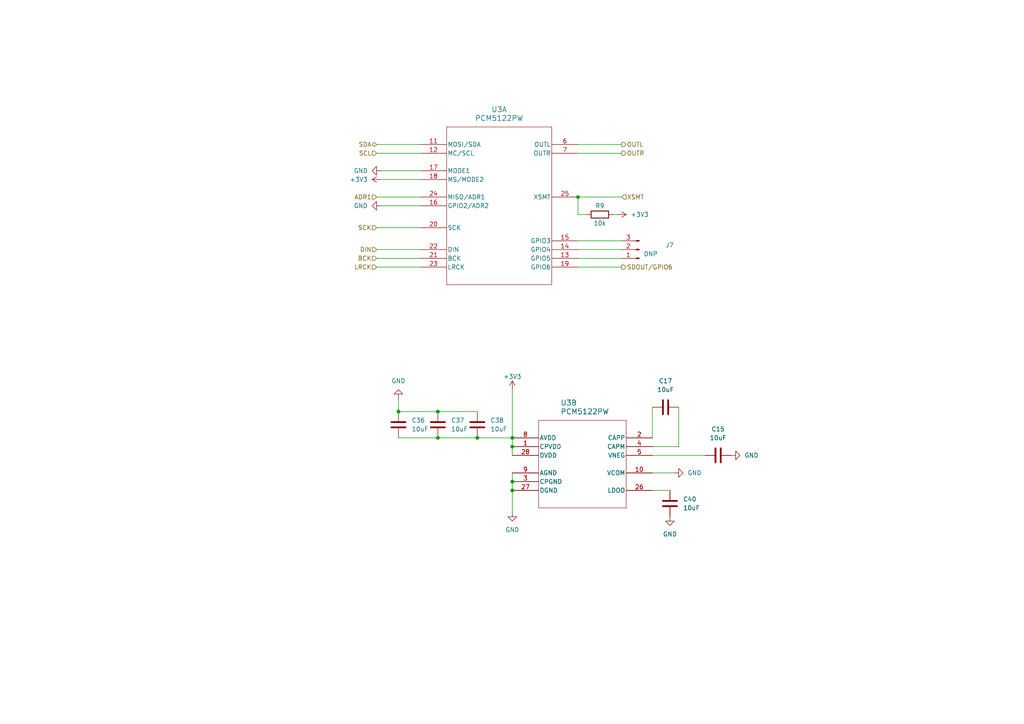
<source format=kicad_sch>
(kicad_sch (version 20230121) (generator eeschema)
  (paper "A4")
  (lib_symbols
    (symbol "Endstufe:+3V3" (power) (pin_names (offset 0))
      (property "Value" "+3V3" (at 0 3.556 0))
      (symbol "+3V3_0_1"
        (polyline (pts (xy -0.762 1.27) (xy 0 2.54)))
        (polyline (pts (xy 0 0) (xy 0 2.54)))
        (polyline (pts (xy 0 2.54) (xy 0.762 1.27)))
      )
      (symbol "+3V3_1_1"
        (pin power_in line (at 0 0 90) (length 0) hide (name "+3V3") (number "1"))
      )
    )
    (symbol "Endstufe:C" (pin_numbers hide) (pin_names (offset 0.254))
      (property "Reference" "C" (at 0.635 2.54 0))
      (property "Value" "C" (at 0.635 -2.54 0))
      (symbol "C_0_1"
        (polyline (pts (xy -2.032 -0.762) (xy 2.032 -0.762)) (stroke (width 0.508)))
        (polyline (pts (xy -2.032 0.762) (xy 2.032 0.762)) (stroke (width 0.508)))
      )
      (symbol "C_1_1"
        (pin passive line (at 0 3.81 270) (length 2.794) (name "~") (number "1"))
        (pin passive line (at 0 -3.81 90) (length 2.794) (name "~") (number "2"))
      )
    )
    (symbol "Endstufe:Conn_01x03_Pin" (pin_names (offset 1.016) hide)
      (property "Reference" "J" (at 0 5.08 0))
      (property "Value" "Conn_01x03_Pin" (at 0 -5.08 0))
      (symbol "Conn_01x03_Pin_1_1"
        (polyline (pts (xy 1.27 -2.54) (xy 0.8636 -2.54)) (stroke (width 0.1524)))
        (polyline (pts (xy 1.27 0) (xy 0.8636 0)) (stroke (width 0.1524)))
        (polyline (pts (xy 1.27 2.54) (xy 0.8636 2.54)) (stroke (width 0.1524)))
        (rectangle (start 0.8636 -2.413) (end 0 -2.667) (stroke (width 0.1524)) (fill (type outline)))
        (rectangle (start 0.8636 0.127) (end 0 -0.127) (stroke (width 0.1524)) (fill (type outline)))
        (rectangle (start 0.8636 2.667) (end 0 2.413) (stroke (width 0.1524)) (fill (type outline)))
        (pin passive line (at 5.08 2.54 180) (length 3.81) (name "Pin_1") (number "1"))
        (pin passive line (at 5.08 0 180) (length 3.81) (name "Pin_2") (number "2"))
        (pin passive line (at 5.08 -2.54 180) (length 3.81) (name "Pin_3") (number "3"))
      )
    )
    (symbol "Endstufe:GND" (power) (pin_names (offset 0))
      (property "Value" "GND" (at 0 -3.81 0))
      (symbol "GND_0_1"
        (polyline (pts (xy 0 0) (xy 0 -1.27) (xy 1.27 -1.27) (xy 0 -2.54) (xy -1.27 -1.27) (xy 0 -1.27)))
      )
      (symbol "GND_1_1"
        (pin power_in line (at 0 0 270) (length 0) hide (name "GND") (number "1"))
      )
    )
    (symbol "Endstufe:PCM5122PW" (pin_names (offset 0.254))
      (property "Reference" "U" (at 22.86 10.16 0))
      (property "Value" "PCM5122PW" (at 22.86 7.62 0))
      (symbol "PCM5122PW_1_1"
        (polyline (pts (xy 7.62 -40.64) (xy 38.1 -40.64)) (stroke (width 0.127)))
        (polyline (pts (xy 7.62 5.08) (xy 7.62 -40.64)) (stroke (width 0.127)))
        (polyline (pts (xy 38.1 -40.64) (xy 38.1 5.08)) (stroke (width 0.127)))
        (polyline (pts (xy 38.1 5.08) (xy 7.62 5.08)) (stroke (width 0.127)))
        (pin input line (at 0 0 0) (length 7.62) (name "MOSI/SDA") (number "11"))
        (pin input line (at 0 -2.54 0) (length 7.62) (name "MC/SCL") (number "12"))
        (pin bidirectional line (at 45.72 -33.02 180) (length 7.62) (name "GPIO5") (number "13"))
        (pin bidirectional line (at 45.72 -30.48 180) (length 7.62) (name "GPIO4") (number "14"))
        (pin bidirectional line (at 45.72 -27.94 180) (length 7.62) (name "GPIO3") (number "15"))
        (pin bidirectional line (at 0 -17.78 0) (length 7.62) (name "GPIO2/ADR2") (number "16"))
        (pin input line (at 0 -7.62 0) (length 7.62) (name "MODE1") (number "17"))
        (pin input line (at 0 -10.16 0) (length 7.62) (name "MS/MODE2") (number "18"))
        (pin bidirectional line (at 45.72 -35.56 180) (length 7.62) (name "GPIO6") (number "19"))
        (pin input line (at 0 -24.13 0) (length 7.62) (name "SCK") (number "20"))
        (pin bidirectional line (at 0 -33.02 0) (length 7.62) (name "BCK") (number "21"))
        (pin input line (at 0 -30.48 0) (length 7.62) (name "DIN") (number "22"))
        (pin bidirectional line (at 0 -35.56 0) (length 7.62) (name "LRCK") (number "23"))
        (pin bidirectional line (at 0 -15.24 0) (length 7.62) (name "MISO/ADR1") (number "24"))
        (pin input line (at 45.72 -15.24 180) (length 7.62) (name "XSMT") (number "25"))
        (pin output line (at 45.72 0 180) (length 7.62) (name "OUTL") (number "6"))
        (pin output line (at 45.72 -2.54 180) (length 7.62) (name "OUTR") (number "7"))
      )
      (symbol "PCM5122PW_2_1"
        (polyline (pts (xy 7.62 -20.32) (xy 33.02 -20.32)) (stroke (width 0.127)))
        (polyline (pts (xy 7.62 5.08) (xy 7.62 -20.32)) (stroke (width 0.127)))
        (polyline (pts (xy 33.02 -20.32) (xy 33.02 5.08)) (stroke (width 0.127)))
        (polyline (pts (xy 33.02 5.08) (xy 7.62 5.08)) (stroke (width 0.127)))
        (pin power_in line (at 0 -2.54 0) (length 7.62) (name "CPVDD") (number "1"))
        (pin output line (at 40.64 -10.16 180) (length 7.62) (name "VCOM") (number "10"))
        (pin output line (at 40.64 0 180) (length 7.62) (name "CAPP") (number "2"))
        (pin unspecified line (at 40.64 -15.24 180) (length 7.62) (name "LDOO") (number "26"))
        (pin power_in line (at 0 -15.24 0) (length 7.62) (name "DGND") (number "27"))
        (pin power_in line (at 0 -5.08 0) (length 7.62) (name "DVDD") (number "28"))
        (pin power_in line (at 0 -12.7 0) (length 7.62) (name "CPGND") (number "3"))
        (pin output line (at 40.64 -2.54 180) (length 7.62) (name "CAPM") (number "4"))
        (pin output line (at 40.64 -5.08 180) (length 7.62) (name "VNEG") (number "5"))
        (pin power_in line (at 0 0 0) (length 7.62) (name "AVDD") (number "8"))
        (pin power_in line (at 0 -10.16 0) (length 7.62) (name "AGND") (number "9"))
      )
    )
    (symbol "Endstufe:R" (pin_numbers hide) (pin_names (offset 0))
      (property "Reference" "R" (at 2.032 0 90))
      (property "Value" "R" (at 0 0 90))
      (symbol "R_0_1"
        (rectangle (start -1.016 -2.54) (end 1.016 2.54) (stroke (width 0.254)))
      )
      (symbol "R_1_1"
        (pin passive line (at 0 3.81 270) (length 1.27) (name "~") (number "1"))
        (pin passive line (at 0 -3.81 90) (length 1.27) (name "~") (number "2"))
      )
    )
  )
  (junction (at 148.59 142.24))
  (junction (at 148.59 139.7))
  (junction (at 148.59 129.54))
  (junction (at 127 119.38))
  (junction (at 167.64 57.15))
  (junction (at 115.57 119.38))
  (junction (at 138.43 127))
  (junction (at 127 127))
  (junction (at 148.59 127))
  (wire (pts (xy 148.59 142.24) (xy 148.59 148.59)))
  (wire (pts (xy 180.34 44.45) (xy 167.64 44.45)))
  (wire (pts (xy 109.22 57.15) (xy 121.92 57.15)))
  (wire (pts (xy 167.64 62.23) (xy 167.64 57.15)))
  (wire (pts (xy 180.34 77.47) (xy 167.64 77.47)))
  (wire (pts (xy 127 119.38) (xy 138.43 119.38)))
  (wire (pts (xy 110.49 59.69) (xy 121.92 59.69)))
  (wire (pts (xy 138.43 127) (xy 148.59 127)))
  (wire (pts (xy 189.23 142.24) (xy 194.31 142.24)))
  (wire (pts (xy 180.34 57.15) (xy 167.64 57.15)))
  (wire (pts (xy 109.22 77.47) (xy 121.92 77.47)))
  (wire (pts (xy 115.57 115.57) (xy 115.57 119.38)))
  (wire (pts (xy 180.34 74.93) (xy 167.64 74.93)))
  (wire (pts (xy 110.49 52.07) (xy 121.92 52.07)))
  (wire (pts (xy 180.34 69.85) (xy 167.64 69.85)))
  (wire (pts (xy 179.07 62.23) (xy 177.8 62.23)))
  (wire (pts (xy 148.59 127) (xy 148.59 129.54)))
  (wire (pts (xy 180.34 41.91) (xy 167.64 41.91)))
  (wire (pts (xy 148.59 113.03) (xy 148.59 127)))
  (wire (pts (xy 109.22 44.45) (xy 121.92 44.45)))
  (wire (pts (xy 195.58 137.16) (xy 189.23 137.16)))
  (wire (pts (xy 109.22 74.93) (xy 121.92 74.93)))
  (wire (pts (xy 170.18 62.23) (xy 167.64 62.23)))
  (wire (pts (xy 189.23 127) (xy 189.23 118.11)))
  (wire (pts (xy 189.23 132.08) (xy 204.47 132.08)))
  (wire (pts (xy 115.57 119.38) (xy 127 119.38)))
  (wire (pts (xy 109.22 66.04) (xy 121.92 66.04)))
  (wire (pts (xy 109.22 72.39) (xy 121.92 72.39)))
  (wire (pts (xy 196.85 129.54) (xy 189.23 129.54)))
  (wire (pts (xy 196.85 118.11) (xy 196.85 129.54)))
  (wire (pts (xy 180.34 72.39) (xy 167.64 72.39)))
  (wire (pts (xy 148.59 137.16) (xy 148.59 139.7)))
  (wire (pts (xy 127 127) (xy 138.43 127)))
  (wire (pts (xy 148.59 139.7) (xy 148.59 142.24)))
  (wire (pts (xy 110.49 49.53) (xy 121.92 49.53)))
  (wire (pts (xy 109.22 41.91) (xy 121.92 41.91)))
  (wire (pts (xy 115.57 127) (xy 127 127)))
  (wire (pts (xy 148.59 129.54) (xy 148.59 132.08)))
  (hierarchical_label "BCK" (shape input) (at 109.22 74.93 180))
  (hierarchical_label "OUTL" (shape output) (at 180.34 41.91 0))
  (hierarchical_label "ADR1" (shape input) (at 109.22 57.15 180))
  (hierarchical_label "SCL" (shape input) (at 109.22 44.45 180))
  (hierarchical_label "SDA" (shape bidirectional) (at 109.22 41.91 180))
  (hierarchical_label "DIN" (shape input) (at 109.22 72.39 180))
  (hierarchical_label "SCK" (shape input) (at 109.22 66.04 180))
  (hierarchical_label "LRCK" (shape input) (at 109.22 77.47 180))
  (hierarchical_label "XSMT" (shape input) (at 180.34 57.15 0))
  (hierarchical_label "SDOUT{slash}GPIO6" (shape output) (at 180.34 77.47 0))
  (hierarchical_label "OUTR" (shape output) (at 180.34 44.45 0))
  (symbol (lib_id "Endstufe:+3V3") (at 148.59 113.03 0) (unit 1)
    (property "Reference" "#PWR027" (effects hide))
    (property "Value" "+3V3" (at 148.59 109.22 0))
    (instances (project "Endstufe" (path "" (reference "#PWR027") (unit 1)) (path "" (reference "#PWR040") (unit 1))))
  )
  (symbol (lib_id "Endstufe:GND") (at 148.59 148.59 0) (unit 1)
    (property "Reference" "#PWR028" (effects hide))
    (property "Value" "GND" (at 148.59 153.67 0))
    (instances (project "Endstufe" (path "" (reference "#PWR028") (unit 1)) (path "" (reference "#PWR041") (unit 1))))
  )
  (symbol (lib_id "Endstufe:C") (at 115.57 123.19 0) (unit 1)
    (property "Reference" "C36" (at 119.38 121.92 0) (effects (justify left)))
    (property "Value" "10uF" (at 119.38 124.46 0) (effects (justify left)))
    (property "Footprint" "Endstufe:C_0402_1005Metric" (effects hide))
    (property "LCSC Part #" "C15525" (effects hide))
    (instances (project "Endstufe" (path "" (reference "C36") (unit 1)) (path "" (reference "C46") (unit 1))))
  )
  (symbol (lib_id "Endstufe:PCM5122PW") (at 148.59 127 0) (unit 2)
    (property "Reference" "U3" (at 162.56 116.84 0) (effects (font (size 1.524 1.524)) (justify left)))
    (property "Value" "PCM5122PW" (at 162.56 119.38 0) (effects (font (size 1.524 1.524)) (justify left)))
    (property "Footprint" "Endstufe:TSSOP-28_L9.8-W6.6-P0.65-BL" (effects hide))
    (property "Datasheet" "PCM5122PW" (effects hide))
    (property "LCSC Part #" "C1540085" (effects hide))
    (instances (project "Endstufe" (path "" (reference "U3") (unit 2)) (path "" (reference "U4") (unit 2))))
  )
  (symbol (lib_id "Endstufe:C") (at 194.31 146.05 0) (unit 1)
    (property "Reference" "C40" (at 198.12 144.78 0) (effects (justify left)))
    (property "Value" "10uF" (at 198.12 147.32 0) (effects (justify left)))
    (property "Footprint" "Endstufe:C_0402_1005Metric" (effects hide))
    (property "LCSC Part #" "C15525" (effects hide))
    (instances (project "Endstufe" (path "" (reference "C40") (unit 1)) (path "" (reference "C51") (unit 1))))
  )
  (symbol (lib_id "Endstufe:GND") (at 110.49 49.53 270) (unit 1)
    (property "Reference" "#PWR032" (effects hide))
    (property "Value" "GND" (at 106.68 49.53 90) (effects (justify right)))
    (instances (project "Endstufe" (path "" (reference "#PWR032") (unit 1)) (path "" (reference "#PWR037") (unit 1))))
  )
  (symbol (lib_id "Endstufe:GND") (at 194.31 149.86 0) (unit 1)
    (property "Reference" "#PWR029" (effects hide))
    (property "Value" "GND" (at 194.31 154.94 0))
    (instances (project "Endstufe" (path "" (reference "#PWR029") (unit 1)) (path "" (reference "#PWR043") (unit 1))))
  )
  (symbol (lib_id "Endstufe:GND") (at 110.49 59.69 270) (unit 1)
    (property "Reference" "#PWR035" (effects hide))
    (property "Value" "GND" (at 106.68 59.69 90) (effects (justify right)))
    (instances (project "Endstufe" (path "" (reference "#PWR035") (unit 1)) (path "" (reference "#PWR039") (unit 1))))
  )
  (symbol (lib_id "Endstufe:C") (at 127 123.19 0) (unit 1)
    (property "Reference" "C37" (at 130.81 121.92 0) (effects (justify left)))
    (property "Value" "10uF" (at 130.81 124.46 0) (effects (justify left)))
    (property "Footprint" "Endstufe:C_0402_1005Metric" (effects hide))
    (property "LCSC Part #" "C15525" (effects hide))
    (instances (project "Endstufe" (path "" (reference "C37") (unit 1)) (path "" (reference "C47") (unit 1))))
  )
  (symbol (lib_id "Endstufe:GND") (at 212.09 132.08 90) (unit 1)
    (property "Reference" "#PWR031" (effects hide))
    (property "Value" "GND" (at 215.9 132.08 90) (effects (justify right)))
    (instances (project "Endstufe" (path "" (reference "#PWR031") (unit 1)) (path "" (reference "#PWR045") (unit 1))))
  )
  (symbol (lib_id "Endstufe:GND") (at 195.58 137.16 90) (unit 1)
    (property "Reference" "#PWR030" (effects hide))
    (property "Value" "GND" (at 199.39 137.16 90) (effects (justify right)))
    (instances (project "Endstufe" (path "" (reference "#PWR030") (unit 1)) (path "" (reference "#PWR044") (unit 1))))
  )
  (symbol (lib_id "Endstufe:R") (at 173.99 62.23 90) (unit 1)
    (property "Reference" "R9" (at 173.99 59.69 90))
    (property "Value" "10k" (at 173.99 64.77 90))
    (property "Footprint" "Endstufe:C_0402_1005Metric" (effects hide))
    (property "LCSC Part #" "C25744" (effects hide))
    (instances (project "Endstufe" (path "" (reference "R9") (unit 1)) (path "" (reference "R10") (unit 1))))
  )
  (symbol (lib_id "Endstufe:GND") (at 115.57 115.57 180) (unit 1)
    (property "Reference" "#PWR026" (effects hide))
    (property "Value" "GND" (at 115.57 110.49 0))
    (instances (project "Endstufe" (path "" (reference "#PWR026") (unit 1)) (path "" (reference "#PWR034") (unit 1))))
  )
  (symbol (lib_id "Endstufe:C") (at 138.43 123.19 0) (unit 1)
    (property "Reference" "C38" (at 142.24 121.92 0) (effects (justify left)))
    (property "Value" "10uF" (at 142.24 124.46 0) (effects (justify left)))
    (property "Footprint" "Endstufe:C_0402_1005Metric" (effects hide))
    (property "LCSC Part #" "C15525" (effects hide))
    (instances (project "Endstufe" (path "" (reference "C38") (unit 1)) (path "" (reference "C48") (unit 1))))
  )
  (symbol (lib_id "Endstufe:PCM5122PW") (at 121.92 41.91 0) (unit 1)
    (property "Reference" "U3" (at 144.78 31.75 0) (effects (font (size 1.524 1.524))))
    (property "Value" "PCM5122PW" (at 144.78 34.29 0) (effects (font (size 1.524 1.524))))
    (property "Footprint" "Endstufe:TSSOP-28_L9.8-W6.6-P0.65-BL" (effects hide))
    (property "Datasheet" "PCM5122PW" (effects hide))
    (property "LCSC Part #" "C1540085" (effects hide))
    (instances (project "Endstufe" (path "" (reference "U3") (unit 1)) (path "" (reference "U4") (unit 1))))
  )
  (symbol (lib_id "Endstufe:C") (at 193.04 118.11 90) (mirror x) (unit 1)
    (property "Reference" "C17" (at 193.04 110.49 90))
    (property "Value" "10uF" (at 193.04 113.03 90))
    (property "Footprint" "Endstufe:C_1206_3216Metric" (effects hide))
    (property "LCSC Part #" "C89632" (effects hide))
    (instances (project "Endstufe" (path "" (reference "C17") (unit 1)) (path "" (reference "C18") (unit 1))))
  )
  (symbol (lib_id "Endstufe:Conn_01x03_Pin") (at 185.42 72.39 180) (unit 1)
    (property "Reference" "J7" (at 193.04 71.12 0) (effects (justify right)))
    (property "Value" "DNP" (at 186.69 73.66 0) (effects (justify right)))
    (property "Footprint" "Endstufe:PinHeader_1x03_P2.54mm_Vertical" (effects hide))
    (instances (project "Endstufe" (path "" (reference "J7") (unit 1)) (path "" (reference "J8") (unit 1))))
  )
  (symbol (lib_id "Endstufe:C") (at 208.28 132.08 90) (mirror x) (unit 1)
    (property "Reference" "C15" (at 208.28 124.46 90))
    (property "Value" "10uF" (at 208.28 127 90))
    (property "Footprint" "Endstufe:C_1206_3216Metric" (effects hide))
    (property "LCSC Part #" "C89632" (effects hide))
    (instances (project "Endstufe" (path "" (reference "C15") (unit 1)) (path "" (reference "C16") (unit 1))))
  )
  (symbol (lib_id "Endstufe:+3V3") (at 179.07 62.23 270) (unit 1)
    (property "Reference" "#PWR036" (effects hide))
    (property "Value" "+3V3" (at 182.88 62.23 90) (effects (justify left)))
    (instances (project "Endstufe" (path "" (reference "#PWR036") (unit 1)) (path "" (reference "#PWR042") (unit 1))))
  )
  (symbol (lib_id "Endstufe:+3V3") (at 110.49 52.07 90) (unit 1)
    (property "Reference" "#PWR033" (effects hide))
    (property "Value" "+3V3" (at 106.68 52.07 90) (effects (justify left)))
    (instances (project "Endstufe" (path "" (reference "#PWR033") (unit 1)) (path "" (reference "#PWR038") (unit 1))))
  )
)
</source>
